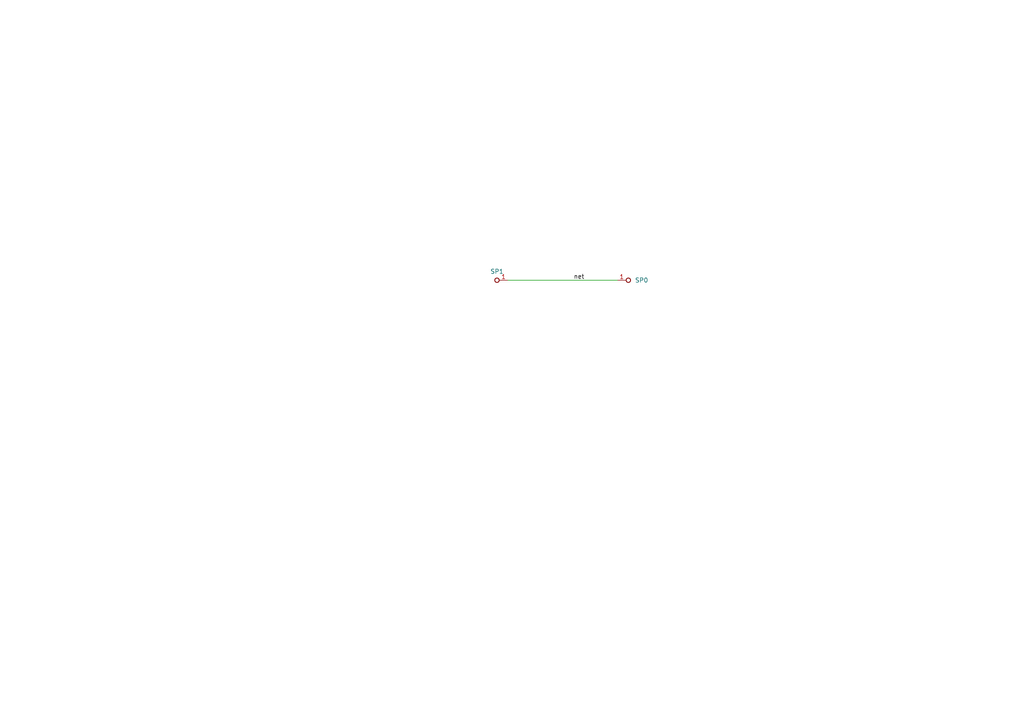
<source format=kicad_sch>
(kicad_sch (version 20231120) (generator "eeschema") (generator_version "8.0")
  (paper "A4")
  (lib_symbols
    (symbol "antmicroTestPoints:TP_0.75mm_SMD" (pin_names hide) (in_bom no)
      (property "Reference" "TP" (at 10.795 -1.27 0))
      (symbol "TP_0.75mm_SMD_1_1"
        (circle (center 3.175 0) (radius 0.635) (stroke (width 0.254)))
        (pin passive line (at 0 0 0) (length 2.54) (name "1") (number "1"))
      )
    )
  )
  (wire (pts (xy 147.32 81.28) (xy 179.07 81.28)))
  (label "net" (at 166.37 81.28 0))
  (symbol (lib_id "antmicroTestPoints:TP_0.75mm_SMD") (at 179.07 81.28 0) (unit 1) (in_bom no)
    (property "Reference" "SP0" (at 184.15 81.28 0) (effects (justify left)))
    (property "Value" "Simulation_Port" (effects (hide yes)))
    (property "Footprint" "NetTie:NetTie-2_SMD_Pad0.5mm" (effects (hide yes)))
    (property "Author" "Antmicro" (effects (hide yes)))
    (property "License" "Apache-2.0" (effects (hide yes)))
  )
  (symbol (lib_id "antmicroTestPoints:TP_0.75mm_SMD") (at 147.32 81.28 180) (unit 1) (in_bom no)
    (property "Reference" "SP1" (at 144.145 78.74 0))
    (property "Value" "Simulation_Port" (effects (hide yes)))
    (property "Footprint" "NetTie:NetTie-2_SMD_Pad0.5mm" (effects (hide yes)))
    (property "Author" "Antmicro" (effects (hide yes)))
    (property "License" "Apache-2.0" (effects (hide yes)))
  )
)
</source>
